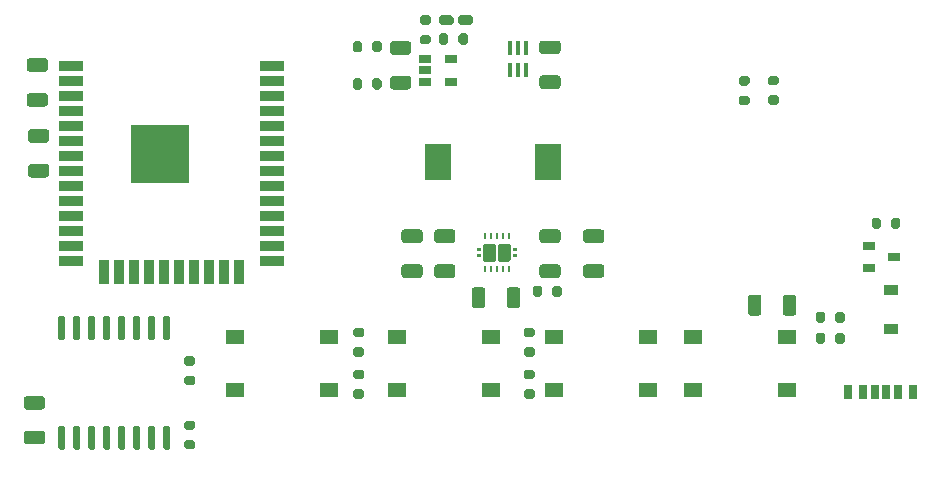
<source format=gtp>
G04 #@! TF.GenerationSoftware,KiCad,Pcbnew,5.1.9-73d0e3b20d~88~ubuntu20.04.1*
G04 #@! TF.CreationDate,2021-01-28T23:43:33+05:30*
G04 #@! TF.ProjectId,open_authenticator,6f70656e-5f61-4757-9468-656e74696361,v01*
G04 #@! TF.SameCoordinates,Original*
G04 #@! TF.FileFunction,Paste,Top*
G04 #@! TF.FilePolarity,Positive*
%FSLAX46Y46*%
G04 Gerber Fmt 4.6, Leading zero omitted, Abs format (unit mm)*
G04 Created by KiCad (PCBNEW 5.1.9-73d0e3b20d~88~ubuntu20.04.1) date 2021-01-28 23:43:33*
%MOMM*%
%LPD*%
G01*
G04 APERTURE LIST*
%ADD10R,1.550000X1.300000*%
%ADD11R,0.700000X1.200000*%
%ADD12R,0.760000X1.200000*%
%ADD13R,0.800000X1.200000*%
%ADD14R,1.200000X0.900000*%
%ADD15R,0.240000X0.600000*%
%ADD16R,0.400000X1.200000*%
%ADD17R,2.200000X3.050000*%
%ADD18R,1.100000X0.650000*%
%ADD19R,2.000000X0.900000*%
%ADD20R,0.900000X2.000000*%
%ADD21R,5.000000X5.000000*%
%ADD22R,1.060000X0.650000*%
G04 APERTURE END LIST*
D10*
X156075000Y-110600000D03*
X156075000Y-115100000D03*
X148125000Y-115100000D03*
X148125000Y-110600000D03*
D11*
X163480000Y-115311720D03*
D12*
X165500000Y-115311720D03*
D13*
X166730000Y-115311720D03*
D11*
X164480000Y-115311720D03*
D12*
X162460000Y-115311720D03*
D13*
X161230000Y-115311720D03*
D10*
X109300000Y-110600000D03*
X109300000Y-115100000D03*
X117250000Y-115100000D03*
X117250000Y-110600000D03*
G36*
G01*
X105775000Y-113075000D02*
X105225000Y-113075000D01*
G75*
G02*
X105025000Y-112875000I0J200000D01*
G01*
X105025000Y-112475000D01*
G75*
G02*
X105225000Y-112275000I200000J0D01*
G01*
X105775000Y-112275000D01*
G75*
G02*
X105975000Y-112475000I0J-200000D01*
G01*
X105975000Y-112875000D01*
G75*
G02*
X105775000Y-113075000I-200000J0D01*
G01*
G37*
G36*
G01*
X105775000Y-114725000D02*
X105225000Y-114725000D01*
G75*
G02*
X105025000Y-114525000I0J200000D01*
G01*
X105025000Y-114125000D01*
G75*
G02*
X105225000Y-113925000I200000J0D01*
G01*
X105775000Y-113925000D01*
G75*
G02*
X105975000Y-114125000I0J-200000D01*
G01*
X105975000Y-114525000D01*
G75*
G02*
X105775000Y-114725000I-200000J0D01*
G01*
G37*
D14*
X164833300Y-106647980D03*
X164833300Y-109947980D03*
G36*
G01*
X155184520Y-90975900D02*
X154634520Y-90975900D01*
G75*
G02*
X154434520Y-90775900I0J200000D01*
G01*
X154434520Y-90375900D01*
G75*
G02*
X154634520Y-90175900I200000J0D01*
G01*
X155184520Y-90175900D01*
G75*
G02*
X155384520Y-90375900I0J-200000D01*
G01*
X155384520Y-90775900D01*
G75*
G02*
X155184520Y-90975900I-200000J0D01*
G01*
G37*
G36*
G01*
X155184520Y-89325900D02*
X154634520Y-89325900D01*
G75*
G02*
X154434520Y-89125900I0J200000D01*
G01*
X154434520Y-88725900D01*
G75*
G02*
X154634520Y-88525900I200000J0D01*
G01*
X155184520Y-88525900D01*
G75*
G02*
X155384520Y-88725900I0J-200000D01*
G01*
X155384520Y-89125900D01*
G75*
G02*
X155184520Y-89325900I-200000J0D01*
G01*
G37*
G36*
G01*
X152718180Y-90983520D02*
X152168180Y-90983520D01*
G75*
G02*
X151968180Y-90783520I0J200000D01*
G01*
X151968180Y-90383520D01*
G75*
G02*
X152168180Y-90183520I200000J0D01*
G01*
X152718180Y-90183520D01*
G75*
G02*
X152918180Y-90383520I0J-200000D01*
G01*
X152918180Y-90783520D01*
G75*
G02*
X152718180Y-90983520I-200000J0D01*
G01*
G37*
G36*
G01*
X152718180Y-89333520D02*
X152168180Y-89333520D01*
G75*
G02*
X151968180Y-89133520I0J200000D01*
G01*
X151968180Y-88733520D01*
G75*
G02*
X152168180Y-88533520I200000J0D01*
G01*
X152718180Y-88533520D01*
G75*
G02*
X152918180Y-88733520I0J-200000D01*
G01*
X152918180Y-89133520D01*
G75*
G02*
X152718180Y-89333520I-200000J0D01*
G01*
G37*
G36*
G01*
X123674999Y-104475000D02*
X124975001Y-104475000D01*
G75*
G02*
X125225000Y-104724999I0J-249999D01*
G01*
X125225000Y-105375001D01*
G75*
G02*
X124975001Y-105625000I-249999J0D01*
G01*
X123674999Y-105625000D01*
G75*
G02*
X123425000Y-105375001I0J249999D01*
G01*
X123425000Y-104724999D01*
G75*
G02*
X123674999Y-104475000I249999J0D01*
G01*
G37*
G36*
G01*
X123674999Y-101525000D02*
X124975001Y-101525000D01*
G75*
G02*
X125225000Y-101774999I0J-249999D01*
G01*
X125225000Y-102425001D01*
G75*
G02*
X124975001Y-102675000I-249999J0D01*
G01*
X123674999Y-102675000D01*
G75*
G02*
X123425000Y-102425001I0J249999D01*
G01*
X123425000Y-101774999D01*
G75*
G02*
X123674999Y-101525000I249999J0D01*
G01*
G37*
G36*
G01*
X130446000Y-102750000D02*
X131294000Y-102750000D01*
G75*
G02*
X131400000Y-102856000I0J-106000D01*
G01*
X131400000Y-104144000D01*
G75*
G02*
X131294000Y-104250000I-106000J0D01*
G01*
X130446000Y-104250000D01*
G75*
G02*
X130340000Y-104144000I0J106000D01*
G01*
X130340000Y-102856000D01*
G75*
G02*
X130446000Y-102750000I106000J0D01*
G01*
G37*
G36*
G01*
X131706000Y-102750000D02*
X132554000Y-102750000D01*
G75*
G02*
X132660000Y-102856000I0J-106000D01*
G01*
X132660000Y-104144000D01*
G75*
G02*
X132554000Y-104250000I-106000J0D01*
G01*
X131706000Y-104250000D01*
G75*
G02*
X131600000Y-104144000I0J106000D01*
G01*
X131600000Y-102856000D01*
G75*
G02*
X131706000Y-102750000I106000J0D01*
G01*
G37*
G36*
G01*
X132885000Y-103125000D02*
X133175000Y-103125000D01*
G75*
G02*
X133200000Y-103150000I0J-25000D01*
G01*
X133200000Y-103350000D01*
G75*
G02*
X133175000Y-103375000I-25000J0D01*
G01*
X132885000Y-103375000D01*
G75*
G02*
X132860000Y-103350000I0J25000D01*
G01*
X132860000Y-103150000D01*
G75*
G02*
X132885000Y-103125000I25000J0D01*
G01*
G37*
G36*
G01*
X132885000Y-103625000D02*
X133175000Y-103625000D01*
G75*
G02*
X133200000Y-103650000I0J-25000D01*
G01*
X133200000Y-103850000D01*
G75*
G02*
X133175000Y-103875000I-25000J0D01*
G01*
X132885000Y-103875000D01*
G75*
G02*
X132860000Y-103850000I0J25000D01*
G01*
X132860000Y-103650000D01*
G75*
G02*
X132885000Y-103625000I25000J0D01*
G01*
G37*
G36*
G01*
X129825000Y-103125000D02*
X130115000Y-103125000D01*
G75*
G02*
X130140000Y-103150000I0J-25000D01*
G01*
X130140000Y-103350000D01*
G75*
G02*
X130115000Y-103375000I-25000J0D01*
G01*
X129825000Y-103375000D01*
G75*
G02*
X129800000Y-103350000I0J25000D01*
G01*
X129800000Y-103150000D01*
G75*
G02*
X129825000Y-103125000I25000J0D01*
G01*
G37*
G36*
G01*
X129825000Y-103625000D02*
X130115000Y-103625000D01*
G75*
G02*
X130140000Y-103650000I0J-25000D01*
G01*
X130140000Y-103850000D01*
G75*
G02*
X130115000Y-103875000I-25000J0D01*
G01*
X129825000Y-103875000D01*
G75*
G02*
X129800000Y-103850000I0J25000D01*
G01*
X129800000Y-103650000D01*
G75*
G02*
X129825000Y-103625000I25000J0D01*
G01*
G37*
D15*
X132500000Y-102100000D03*
X132000000Y-102100000D03*
X131500000Y-102100000D03*
X131000000Y-102100000D03*
X130500000Y-102100000D03*
X130500000Y-104900000D03*
X131000000Y-104900000D03*
X131500000Y-104900000D03*
X132000000Y-104900000D03*
X132500000Y-104900000D03*
G36*
G01*
X91699999Y-118575000D02*
X93000001Y-118575000D01*
G75*
G02*
X93250000Y-118824999I0J-249999D01*
G01*
X93250000Y-119475001D01*
G75*
G02*
X93000001Y-119725000I-249999J0D01*
G01*
X91699999Y-119725000D01*
G75*
G02*
X91450000Y-119475001I0J249999D01*
G01*
X91450000Y-118824999D01*
G75*
G02*
X91699999Y-118575000I249999J0D01*
G01*
G37*
G36*
G01*
X91699999Y-115625000D02*
X93000001Y-115625000D01*
G75*
G02*
X93250000Y-115874999I0J-249999D01*
G01*
X93250000Y-116525001D01*
G75*
G02*
X93000001Y-116775000I-249999J0D01*
G01*
X91699999Y-116775000D01*
G75*
G02*
X91450000Y-116525001I0J249999D01*
G01*
X91450000Y-115874999D01*
G75*
G02*
X91699999Y-115625000I249999J0D01*
G01*
G37*
G36*
G01*
X91949999Y-87025000D02*
X93250001Y-87025000D01*
G75*
G02*
X93500000Y-87274999I0J-249999D01*
G01*
X93500000Y-87925001D01*
G75*
G02*
X93250001Y-88175000I-249999J0D01*
G01*
X91949999Y-88175000D01*
G75*
G02*
X91700000Y-87925001I0J249999D01*
G01*
X91700000Y-87274999D01*
G75*
G02*
X91949999Y-87025000I249999J0D01*
G01*
G37*
G36*
G01*
X91949999Y-89975000D02*
X93250001Y-89975000D01*
G75*
G02*
X93500000Y-90224999I0J-249999D01*
G01*
X93500000Y-90875001D01*
G75*
G02*
X93250001Y-91125000I-249999J0D01*
G01*
X91949999Y-91125000D01*
G75*
G02*
X91700000Y-90875001I0J249999D01*
G01*
X91700000Y-90224999D01*
G75*
G02*
X91949999Y-89975000I249999J0D01*
G01*
G37*
G36*
G01*
X93350001Y-97125000D02*
X92049999Y-97125000D01*
G75*
G02*
X91800000Y-96875001I0J249999D01*
G01*
X91800000Y-96224999D01*
G75*
G02*
X92049999Y-95975000I249999J0D01*
G01*
X93350001Y-95975000D01*
G75*
G02*
X93600000Y-96224999I0J-249999D01*
G01*
X93600000Y-96875001D01*
G75*
G02*
X93350001Y-97125000I-249999J0D01*
G01*
G37*
G36*
G01*
X93350001Y-94175000D02*
X92049999Y-94175000D01*
G75*
G02*
X91800000Y-93925001I0J249999D01*
G01*
X91800000Y-93274999D01*
G75*
G02*
X92049999Y-93025000I249999J0D01*
G01*
X93350001Y-93025000D01*
G75*
G02*
X93600000Y-93274999I0J-249999D01*
G01*
X93600000Y-93925001D01*
G75*
G02*
X93350001Y-94175000I-249999J0D01*
G01*
G37*
G36*
G01*
X156854720Y-107285379D02*
X156854720Y-108585381D01*
G75*
G02*
X156604721Y-108835380I-249999J0D01*
G01*
X155954719Y-108835380D01*
G75*
G02*
X155704720Y-108585381I0J249999D01*
G01*
X155704720Y-107285379D01*
G75*
G02*
X155954719Y-107035380I249999J0D01*
G01*
X156604721Y-107035380D01*
G75*
G02*
X156854720Y-107285379I0J-249999D01*
G01*
G37*
G36*
G01*
X153904720Y-107285379D02*
X153904720Y-108585381D01*
G75*
G02*
X153654721Y-108835380I-249999J0D01*
G01*
X153004719Y-108835380D01*
G75*
G02*
X152754720Y-108585381I0J249999D01*
G01*
X152754720Y-107285379D01*
G75*
G02*
X153004719Y-107035380I249999J0D01*
G01*
X153654721Y-107035380D01*
G75*
G02*
X153904720Y-107285379I0J-249999D01*
G01*
G37*
G36*
G01*
X122699999Y-85575000D02*
X124000001Y-85575000D01*
G75*
G02*
X124250000Y-85824999I0J-249999D01*
G01*
X124250000Y-86475001D01*
G75*
G02*
X124000001Y-86725000I-249999J0D01*
G01*
X122699999Y-86725000D01*
G75*
G02*
X122450000Y-86475001I0J249999D01*
G01*
X122450000Y-85824999D01*
G75*
G02*
X122699999Y-85575000I249999J0D01*
G01*
G37*
G36*
G01*
X122699999Y-88525000D02*
X124000001Y-88525000D01*
G75*
G02*
X124250000Y-88774999I0J-249999D01*
G01*
X124250000Y-89425001D01*
G75*
G02*
X124000001Y-89675000I-249999J0D01*
G01*
X122699999Y-89675000D01*
G75*
G02*
X122450000Y-89425001I0J249999D01*
G01*
X122450000Y-88774999D01*
G75*
G02*
X122699999Y-88525000I249999J0D01*
G01*
G37*
G36*
G01*
X135349999Y-88475000D02*
X136650001Y-88475000D01*
G75*
G02*
X136900000Y-88724999I0J-249999D01*
G01*
X136900000Y-89375001D01*
G75*
G02*
X136650001Y-89625000I-249999J0D01*
G01*
X135349999Y-89625000D01*
G75*
G02*
X135100000Y-89375001I0J249999D01*
G01*
X135100000Y-88724999D01*
G75*
G02*
X135349999Y-88475000I249999J0D01*
G01*
G37*
G36*
G01*
X135349999Y-85525000D02*
X136650001Y-85525000D01*
G75*
G02*
X136900000Y-85774999I0J-249999D01*
G01*
X136900000Y-86425001D01*
G75*
G02*
X136650001Y-86675000I-249999J0D01*
G01*
X135349999Y-86675000D01*
G75*
G02*
X135100000Y-86425001I0J249999D01*
G01*
X135100000Y-85774999D01*
G75*
G02*
X135349999Y-85525000I249999J0D01*
G01*
G37*
G36*
G01*
X126449999Y-104475000D02*
X127750001Y-104475000D01*
G75*
G02*
X128000000Y-104724999I0J-249999D01*
G01*
X128000000Y-105375001D01*
G75*
G02*
X127750001Y-105625000I-249999J0D01*
G01*
X126449999Y-105625000D01*
G75*
G02*
X126200000Y-105375001I0J249999D01*
G01*
X126200000Y-104724999D01*
G75*
G02*
X126449999Y-104475000I249999J0D01*
G01*
G37*
G36*
G01*
X126449999Y-101525000D02*
X127750001Y-101525000D01*
G75*
G02*
X128000000Y-101774999I0J-249999D01*
G01*
X128000000Y-102425001D01*
G75*
G02*
X127750001Y-102675000I-249999J0D01*
G01*
X126449999Y-102675000D01*
G75*
G02*
X126200000Y-102425001I0J249999D01*
G01*
X126200000Y-101774999D01*
G75*
G02*
X126449999Y-101525000I249999J0D01*
G01*
G37*
G36*
G01*
X130525000Y-106649999D02*
X130525000Y-107950001D01*
G75*
G02*
X130275001Y-108200000I-249999J0D01*
G01*
X129624999Y-108200000D01*
G75*
G02*
X129375000Y-107950001I0J249999D01*
G01*
X129375000Y-106649999D01*
G75*
G02*
X129624999Y-106400000I249999J0D01*
G01*
X130275001Y-106400000D01*
G75*
G02*
X130525000Y-106649999I0J-249999D01*
G01*
G37*
G36*
G01*
X133475000Y-106649999D02*
X133475000Y-107950001D01*
G75*
G02*
X133225001Y-108200000I-249999J0D01*
G01*
X132574999Y-108200000D01*
G75*
G02*
X132325000Y-107950001I0J249999D01*
G01*
X132325000Y-106649999D01*
G75*
G02*
X132574999Y-106400000I249999J0D01*
G01*
X133225001Y-106400000D01*
G75*
G02*
X133475000Y-106649999I0J-249999D01*
G01*
G37*
G36*
G01*
X135349999Y-101525000D02*
X136650001Y-101525000D01*
G75*
G02*
X136900000Y-101774999I0J-249999D01*
G01*
X136900000Y-102425001D01*
G75*
G02*
X136650001Y-102675000I-249999J0D01*
G01*
X135349999Y-102675000D01*
G75*
G02*
X135100000Y-102425001I0J249999D01*
G01*
X135100000Y-101774999D01*
G75*
G02*
X135349999Y-101525000I249999J0D01*
G01*
G37*
G36*
G01*
X135349999Y-104475000D02*
X136650001Y-104475000D01*
G75*
G02*
X136900000Y-104724999I0J-249999D01*
G01*
X136900000Y-105375001D01*
G75*
G02*
X136650001Y-105625000I-249999J0D01*
G01*
X135349999Y-105625000D01*
G75*
G02*
X135100000Y-105375001I0J249999D01*
G01*
X135100000Y-104724999D01*
G75*
G02*
X135349999Y-104475000I249999J0D01*
G01*
G37*
G36*
G01*
X139049999Y-104475000D02*
X140350001Y-104475000D01*
G75*
G02*
X140600000Y-104724999I0J-249999D01*
G01*
X140600000Y-105375001D01*
G75*
G02*
X140350001Y-105625000I-249999J0D01*
G01*
X139049999Y-105625000D01*
G75*
G02*
X138800000Y-105375001I0J249999D01*
G01*
X138800000Y-104724999D01*
G75*
G02*
X139049999Y-104475000I249999J0D01*
G01*
G37*
G36*
G01*
X139049999Y-101525000D02*
X140350001Y-101525000D01*
G75*
G02*
X140600000Y-101774999I0J-249999D01*
G01*
X140600000Y-102425001D01*
G75*
G02*
X140350001Y-102675000I-249999J0D01*
G01*
X139049999Y-102675000D01*
G75*
G02*
X138800000Y-102425001I0J249999D01*
G01*
X138800000Y-101774999D01*
G75*
G02*
X139049999Y-101525000I249999J0D01*
G01*
G37*
G36*
G01*
X128237500Y-84012500D02*
X128237500Y-83587500D01*
G75*
G02*
X128450000Y-83375000I212500J0D01*
G01*
X129250000Y-83375000D01*
G75*
G02*
X129462500Y-83587500I0J-212500D01*
G01*
X129462500Y-84012500D01*
G75*
G02*
X129250000Y-84225000I-212500J0D01*
G01*
X128450000Y-84225000D01*
G75*
G02*
X128237500Y-84012500I0J212500D01*
G01*
G37*
G36*
G01*
X126612500Y-84012500D02*
X126612500Y-83587500D01*
G75*
G02*
X126825000Y-83375000I212500J0D01*
G01*
X127625000Y-83375000D01*
G75*
G02*
X127837500Y-83587500I0J-212500D01*
G01*
X127837500Y-84012500D01*
G75*
G02*
X127625000Y-84225000I-212500J0D01*
G01*
X126825000Y-84225000D01*
G75*
G02*
X126612500Y-84012500I0J212500D01*
G01*
G37*
D16*
X133950000Y-88050000D03*
X133300000Y-88050000D03*
X132650000Y-88050000D03*
X132650000Y-86150000D03*
X133300000Y-86150000D03*
X133950000Y-86150000D03*
D17*
X126500000Y-95850000D03*
X135800000Y-95850000D03*
D18*
X163051780Y-102900600D03*
X163051780Y-104820600D03*
X165151780Y-103860600D03*
G36*
G01*
X135350000Y-106475000D02*
X135350000Y-107025000D01*
G75*
G02*
X135150000Y-107225000I-200000J0D01*
G01*
X134750000Y-107225000D01*
G75*
G02*
X134550000Y-107025000I0J200000D01*
G01*
X134550000Y-106475000D01*
G75*
G02*
X134750000Y-106275000I200000J0D01*
G01*
X135150000Y-106275000D01*
G75*
G02*
X135350000Y-106475000I0J-200000D01*
G01*
G37*
G36*
G01*
X137000000Y-106475000D02*
X137000000Y-107025000D01*
G75*
G02*
X136800000Y-107225000I-200000J0D01*
G01*
X136400000Y-107225000D01*
G75*
G02*
X136200000Y-107025000I0J200000D01*
G01*
X136200000Y-106475000D01*
G75*
G02*
X136400000Y-106275000I200000J0D01*
G01*
X136800000Y-106275000D01*
G75*
G02*
X137000000Y-106475000I0J-200000D01*
G01*
G37*
G36*
G01*
X105225000Y-117700000D02*
X105775000Y-117700000D01*
G75*
G02*
X105975000Y-117900000I0J-200000D01*
G01*
X105975000Y-118300000D01*
G75*
G02*
X105775000Y-118500000I-200000J0D01*
G01*
X105225000Y-118500000D01*
G75*
G02*
X105025000Y-118300000I0J200000D01*
G01*
X105025000Y-117900000D01*
G75*
G02*
X105225000Y-117700000I200000J0D01*
G01*
G37*
G36*
G01*
X105225000Y-119350000D02*
X105775000Y-119350000D01*
G75*
G02*
X105975000Y-119550000I0J-200000D01*
G01*
X105975000Y-119950000D01*
G75*
G02*
X105775000Y-120150000I-200000J0D01*
G01*
X105225000Y-120150000D01*
G75*
G02*
X105025000Y-119950000I0J200000D01*
G01*
X105025000Y-119550000D01*
G75*
G02*
X105225000Y-119350000I200000J0D01*
G01*
G37*
G36*
G01*
X120075000Y-112300000D02*
X119525000Y-112300000D01*
G75*
G02*
X119325000Y-112100000I0J200000D01*
G01*
X119325000Y-111700000D01*
G75*
G02*
X119525000Y-111500000I200000J0D01*
G01*
X120075000Y-111500000D01*
G75*
G02*
X120275000Y-111700000I0J-200000D01*
G01*
X120275000Y-112100000D01*
G75*
G02*
X120075000Y-112300000I-200000J0D01*
G01*
G37*
G36*
G01*
X120075000Y-110650000D02*
X119525000Y-110650000D01*
G75*
G02*
X119325000Y-110450000I0J200000D01*
G01*
X119325000Y-110050000D01*
G75*
G02*
X119525000Y-109850000I200000J0D01*
G01*
X120075000Y-109850000D01*
G75*
G02*
X120275000Y-110050000I0J-200000D01*
G01*
X120275000Y-110450000D01*
G75*
G02*
X120075000Y-110650000I-200000J0D01*
G01*
G37*
G36*
G01*
X133975000Y-115047580D02*
X134525000Y-115047580D01*
G75*
G02*
X134725000Y-115247580I0J-200000D01*
G01*
X134725000Y-115647580D01*
G75*
G02*
X134525000Y-115847580I-200000J0D01*
G01*
X133975000Y-115847580D01*
G75*
G02*
X133775000Y-115647580I0J200000D01*
G01*
X133775000Y-115247580D01*
G75*
G02*
X133975000Y-115047580I200000J0D01*
G01*
G37*
G36*
G01*
X133975000Y-113397580D02*
X134525000Y-113397580D01*
G75*
G02*
X134725000Y-113597580I0J-200000D01*
G01*
X134725000Y-113997580D01*
G75*
G02*
X134525000Y-114197580I-200000J0D01*
G01*
X133975000Y-114197580D01*
G75*
G02*
X133775000Y-113997580I0J200000D01*
G01*
X133775000Y-113597580D01*
G75*
G02*
X133975000Y-113397580I200000J0D01*
G01*
G37*
G36*
G01*
X134525000Y-112300000D02*
X133975000Y-112300000D01*
G75*
G02*
X133775000Y-112100000I0J200000D01*
G01*
X133775000Y-111700000D01*
G75*
G02*
X133975000Y-111500000I200000J0D01*
G01*
X134525000Y-111500000D01*
G75*
G02*
X134725000Y-111700000I0J-200000D01*
G01*
X134725000Y-112100000D01*
G75*
G02*
X134525000Y-112300000I-200000J0D01*
G01*
G37*
G36*
G01*
X134525000Y-110650000D02*
X133975000Y-110650000D01*
G75*
G02*
X133775000Y-110450000I0J200000D01*
G01*
X133775000Y-110050000D01*
G75*
G02*
X133975000Y-109850000I200000J0D01*
G01*
X134525000Y-109850000D01*
G75*
G02*
X134725000Y-110050000I0J-200000D01*
G01*
X134725000Y-110450000D01*
G75*
G02*
X134525000Y-110650000I-200000J0D01*
G01*
G37*
G36*
G01*
X128250000Y-85675000D02*
X128250000Y-85125000D01*
G75*
G02*
X128450000Y-84925000I200000J0D01*
G01*
X128850000Y-84925000D01*
G75*
G02*
X129050000Y-85125000I0J-200000D01*
G01*
X129050000Y-85675000D01*
G75*
G02*
X128850000Y-85875000I-200000J0D01*
G01*
X128450000Y-85875000D01*
G75*
G02*
X128250000Y-85675000I0J200000D01*
G01*
G37*
G36*
G01*
X126600000Y-85675000D02*
X126600000Y-85125000D01*
G75*
G02*
X126800000Y-84925000I200000J0D01*
G01*
X127200000Y-84925000D01*
G75*
G02*
X127400000Y-85125000I0J-200000D01*
G01*
X127400000Y-85675000D01*
G75*
G02*
X127200000Y-85875000I-200000J0D01*
G01*
X126800000Y-85875000D01*
G75*
G02*
X126600000Y-85675000I0J200000D01*
G01*
G37*
G36*
G01*
X125725000Y-85850000D02*
X125175000Y-85850000D01*
G75*
G02*
X124975000Y-85650000I0J200000D01*
G01*
X124975000Y-85250000D01*
G75*
G02*
X125175000Y-85050000I200000J0D01*
G01*
X125725000Y-85050000D01*
G75*
G02*
X125925000Y-85250000I0J-200000D01*
G01*
X125925000Y-85650000D01*
G75*
G02*
X125725000Y-85850000I-200000J0D01*
G01*
G37*
G36*
G01*
X125725000Y-84200000D02*
X125175000Y-84200000D01*
G75*
G02*
X124975000Y-84000000I0J200000D01*
G01*
X124975000Y-83600000D01*
G75*
G02*
X125175000Y-83400000I200000J0D01*
G01*
X125725000Y-83400000D01*
G75*
G02*
X125925000Y-83600000I0J-200000D01*
G01*
X125925000Y-84000000D01*
G75*
G02*
X125725000Y-84200000I-200000J0D01*
G01*
G37*
G36*
G01*
X120100000Y-88925000D02*
X120100000Y-89475000D01*
G75*
G02*
X119900000Y-89675000I-200000J0D01*
G01*
X119500000Y-89675000D01*
G75*
G02*
X119300000Y-89475000I0J200000D01*
G01*
X119300000Y-88925000D01*
G75*
G02*
X119500000Y-88725000I200000J0D01*
G01*
X119900000Y-88725000D01*
G75*
G02*
X120100000Y-88925000I0J-200000D01*
G01*
G37*
G36*
G01*
X121750000Y-88925000D02*
X121750000Y-89475000D01*
G75*
G02*
X121550000Y-89675000I-200000J0D01*
G01*
X121150000Y-89675000D01*
G75*
G02*
X120950000Y-89475000I0J200000D01*
G01*
X120950000Y-88925000D01*
G75*
G02*
X121150000Y-88725000I200000J0D01*
G01*
X121550000Y-88725000D01*
G75*
G02*
X121750000Y-88925000I0J-200000D01*
G01*
G37*
G36*
G01*
X119300000Y-86325000D02*
X119300000Y-85775000D01*
G75*
G02*
X119500000Y-85575000I200000J0D01*
G01*
X119900000Y-85575000D01*
G75*
G02*
X120100000Y-85775000I0J-200000D01*
G01*
X120100000Y-86325000D01*
G75*
G02*
X119900000Y-86525000I-200000J0D01*
G01*
X119500000Y-86525000D01*
G75*
G02*
X119300000Y-86325000I0J200000D01*
G01*
G37*
G36*
G01*
X120950000Y-86325000D02*
X120950000Y-85775000D01*
G75*
G02*
X121150000Y-85575000I200000J0D01*
G01*
X121550000Y-85575000D01*
G75*
G02*
X121750000Y-85775000I0J-200000D01*
G01*
X121750000Y-86325000D01*
G75*
G02*
X121550000Y-86525000I-200000J0D01*
G01*
X121150000Y-86525000D01*
G75*
G02*
X120950000Y-86325000I0J200000D01*
G01*
G37*
G36*
G01*
X158505440Y-109223220D02*
X158505440Y-108673220D01*
G75*
G02*
X158705440Y-108473220I200000J0D01*
G01*
X159105440Y-108473220D01*
G75*
G02*
X159305440Y-108673220I0J-200000D01*
G01*
X159305440Y-109223220D01*
G75*
G02*
X159105440Y-109423220I-200000J0D01*
G01*
X158705440Y-109423220D01*
G75*
G02*
X158505440Y-109223220I0J200000D01*
G01*
G37*
G36*
G01*
X160155440Y-109223220D02*
X160155440Y-108673220D01*
G75*
G02*
X160355440Y-108473220I200000J0D01*
G01*
X160755440Y-108473220D01*
G75*
G02*
X160955440Y-108673220I0J-200000D01*
G01*
X160955440Y-109223220D01*
G75*
G02*
X160755440Y-109423220I-200000J0D01*
G01*
X160355440Y-109423220D01*
G75*
G02*
X160155440Y-109223220I0J200000D01*
G01*
G37*
G36*
G01*
X160161660Y-111000000D02*
X160161660Y-110450000D01*
G75*
G02*
X160361660Y-110250000I200000J0D01*
G01*
X160761660Y-110250000D01*
G75*
G02*
X160961660Y-110450000I0J-200000D01*
G01*
X160961660Y-111000000D01*
G75*
G02*
X160761660Y-111200000I-200000J0D01*
G01*
X160361660Y-111200000D01*
G75*
G02*
X160161660Y-111000000I0J200000D01*
G01*
G37*
G36*
G01*
X158511660Y-111000000D02*
X158511660Y-110450000D01*
G75*
G02*
X158711660Y-110250000I200000J0D01*
G01*
X159111660Y-110250000D01*
G75*
G02*
X159311660Y-110450000I0J-200000D01*
G01*
X159311660Y-111000000D01*
G75*
G02*
X159111660Y-111200000I-200000J0D01*
G01*
X158711660Y-111200000D01*
G75*
G02*
X158511660Y-111000000I0J200000D01*
G01*
G37*
G36*
G01*
X163224260Y-101270480D02*
X163224260Y-100720480D01*
G75*
G02*
X163424260Y-100520480I200000J0D01*
G01*
X163824260Y-100520480D01*
G75*
G02*
X164024260Y-100720480I0J-200000D01*
G01*
X164024260Y-101270480D01*
G75*
G02*
X163824260Y-101470480I-200000J0D01*
G01*
X163424260Y-101470480D01*
G75*
G02*
X163224260Y-101270480I0J200000D01*
G01*
G37*
G36*
G01*
X164874260Y-101270480D02*
X164874260Y-100720480D01*
G75*
G02*
X165074260Y-100520480I200000J0D01*
G01*
X165474260Y-100520480D01*
G75*
G02*
X165674260Y-100720480I0J-200000D01*
G01*
X165674260Y-101270480D01*
G75*
G02*
X165474260Y-101470480I-200000J0D01*
G01*
X165074260Y-101470480D01*
G75*
G02*
X164874260Y-101270480I0J200000D01*
G01*
G37*
G36*
G01*
X119525000Y-115047580D02*
X120075000Y-115047580D01*
G75*
G02*
X120275000Y-115247580I0J-200000D01*
G01*
X120275000Y-115647580D01*
G75*
G02*
X120075000Y-115847580I-200000J0D01*
G01*
X119525000Y-115847580D01*
G75*
G02*
X119325000Y-115647580I0J200000D01*
G01*
X119325000Y-115247580D01*
G75*
G02*
X119525000Y-115047580I200000J0D01*
G01*
G37*
G36*
G01*
X119525000Y-113397580D02*
X120075000Y-113397580D01*
G75*
G02*
X120275000Y-113597580I0J-200000D01*
G01*
X120275000Y-113997580D01*
G75*
G02*
X120075000Y-114197580I-200000J0D01*
G01*
X119525000Y-114197580D01*
G75*
G02*
X119325000Y-113997580I0J200000D01*
G01*
X119325000Y-113597580D01*
G75*
G02*
X119525000Y-113397580I200000J0D01*
G01*
G37*
D10*
X123025000Y-115100000D03*
X123025000Y-110600000D03*
X130975000Y-110600000D03*
X130975000Y-115100000D03*
X136375000Y-110600000D03*
X136375000Y-115100000D03*
X144325000Y-115100000D03*
X144325000Y-110600000D03*
D19*
X112450000Y-87645000D03*
X112450000Y-88915000D03*
X112450000Y-90185000D03*
X112450000Y-91455000D03*
X112450000Y-92725000D03*
X112450000Y-93995000D03*
X112450000Y-95265000D03*
X112450000Y-96535000D03*
X112450000Y-97805000D03*
X112450000Y-99075000D03*
X112450000Y-100345000D03*
X112450000Y-101615000D03*
X112450000Y-102885000D03*
X112450000Y-104155000D03*
D20*
X109665000Y-105155000D03*
X108395000Y-105155000D03*
X107125000Y-105155000D03*
X105855000Y-105155000D03*
X104585000Y-105155000D03*
X103315000Y-105155000D03*
X102045000Y-105155000D03*
X100775000Y-105155000D03*
X99505000Y-105155000D03*
X98235000Y-105155000D03*
D19*
X95450000Y-104155000D03*
X95450000Y-102885000D03*
X95450000Y-101615000D03*
X95450000Y-100345000D03*
X95450000Y-99075000D03*
X95450000Y-97805000D03*
X95450000Y-96535000D03*
X95450000Y-95265000D03*
X95450000Y-93995000D03*
X95450000Y-92725000D03*
X95450000Y-91455000D03*
X95450000Y-90185000D03*
X95450000Y-88915000D03*
X95450000Y-87645000D03*
D21*
X102950000Y-95145000D03*
G36*
G01*
X103395000Y-108825000D02*
X103695000Y-108825000D01*
G75*
G02*
X103845000Y-108975000I0J-150000D01*
G01*
X103845000Y-110725000D01*
G75*
G02*
X103695000Y-110875000I-150000J0D01*
G01*
X103395000Y-110875000D01*
G75*
G02*
X103245000Y-110725000I0J150000D01*
G01*
X103245000Y-108975000D01*
G75*
G02*
X103395000Y-108825000I150000J0D01*
G01*
G37*
G36*
G01*
X102125000Y-108825000D02*
X102425000Y-108825000D01*
G75*
G02*
X102575000Y-108975000I0J-150000D01*
G01*
X102575000Y-110725000D01*
G75*
G02*
X102425000Y-110875000I-150000J0D01*
G01*
X102125000Y-110875000D01*
G75*
G02*
X101975000Y-110725000I0J150000D01*
G01*
X101975000Y-108975000D01*
G75*
G02*
X102125000Y-108825000I150000J0D01*
G01*
G37*
G36*
G01*
X100855000Y-108825000D02*
X101155000Y-108825000D01*
G75*
G02*
X101305000Y-108975000I0J-150000D01*
G01*
X101305000Y-110725000D01*
G75*
G02*
X101155000Y-110875000I-150000J0D01*
G01*
X100855000Y-110875000D01*
G75*
G02*
X100705000Y-110725000I0J150000D01*
G01*
X100705000Y-108975000D01*
G75*
G02*
X100855000Y-108825000I150000J0D01*
G01*
G37*
G36*
G01*
X99585000Y-108825000D02*
X99885000Y-108825000D01*
G75*
G02*
X100035000Y-108975000I0J-150000D01*
G01*
X100035000Y-110725000D01*
G75*
G02*
X99885000Y-110875000I-150000J0D01*
G01*
X99585000Y-110875000D01*
G75*
G02*
X99435000Y-110725000I0J150000D01*
G01*
X99435000Y-108975000D01*
G75*
G02*
X99585000Y-108825000I150000J0D01*
G01*
G37*
G36*
G01*
X98315000Y-108825000D02*
X98615000Y-108825000D01*
G75*
G02*
X98765000Y-108975000I0J-150000D01*
G01*
X98765000Y-110725000D01*
G75*
G02*
X98615000Y-110875000I-150000J0D01*
G01*
X98315000Y-110875000D01*
G75*
G02*
X98165000Y-110725000I0J150000D01*
G01*
X98165000Y-108975000D01*
G75*
G02*
X98315000Y-108825000I150000J0D01*
G01*
G37*
G36*
G01*
X97045000Y-108825000D02*
X97345000Y-108825000D01*
G75*
G02*
X97495000Y-108975000I0J-150000D01*
G01*
X97495000Y-110725000D01*
G75*
G02*
X97345000Y-110875000I-150000J0D01*
G01*
X97045000Y-110875000D01*
G75*
G02*
X96895000Y-110725000I0J150000D01*
G01*
X96895000Y-108975000D01*
G75*
G02*
X97045000Y-108825000I150000J0D01*
G01*
G37*
G36*
G01*
X95775000Y-108825000D02*
X96075000Y-108825000D01*
G75*
G02*
X96225000Y-108975000I0J-150000D01*
G01*
X96225000Y-110725000D01*
G75*
G02*
X96075000Y-110875000I-150000J0D01*
G01*
X95775000Y-110875000D01*
G75*
G02*
X95625000Y-110725000I0J150000D01*
G01*
X95625000Y-108975000D01*
G75*
G02*
X95775000Y-108825000I150000J0D01*
G01*
G37*
G36*
G01*
X94505000Y-108825000D02*
X94805000Y-108825000D01*
G75*
G02*
X94955000Y-108975000I0J-150000D01*
G01*
X94955000Y-110725000D01*
G75*
G02*
X94805000Y-110875000I-150000J0D01*
G01*
X94505000Y-110875000D01*
G75*
G02*
X94355000Y-110725000I0J150000D01*
G01*
X94355000Y-108975000D01*
G75*
G02*
X94505000Y-108825000I150000J0D01*
G01*
G37*
G36*
G01*
X94505000Y-118125000D02*
X94805000Y-118125000D01*
G75*
G02*
X94955000Y-118275000I0J-150000D01*
G01*
X94955000Y-120025000D01*
G75*
G02*
X94805000Y-120175000I-150000J0D01*
G01*
X94505000Y-120175000D01*
G75*
G02*
X94355000Y-120025000I0J150000D01*
G01*
X94355000Y-118275000D01*
G75*
G02*
X94505000Y-118125000I150000J0D01*
G01*
G37*
G36*
G01*
X95775000Y-118125000D02*
X96075000Y-118125000D01*
G75*
G02*
X96225000Y-118275000I0J-150000D01*
G01*
X96225000Y-120025000D01*
G75*
G02*
X96075000Y-120175000I-150000J0D01*
G01*
X95775000Y-120175000D01*
G75*
G02*
X95625000Y-120025000I0J150000D01*
G01*
X95625000Y-118275000D01*
G75*
G02*
X95775000Y-118125000I150000J0D01*
G01*
G37*
G36*
G01*
X97045000Y-118125000D02*
X97345000Y-118125000D01*
G75*
G02*
X97495000Y-118275000I0J-150000D01*
G01*
X97495000Y-120025000D01*
G75*
G02*
X97345000Y-120175000I-150000J0D01*
G01*
X97045000Y-120175000D01*
G75*
G02*
X96895000Y-120025000I0J150000D01*
G01*
X96895000Y-118275000D01*
G75*
G02*
X97045000Y-118125000I150000J0D01*
G01*
G37*
G36*
G01*
X98315000Y-118125000D02*
X98615000Y-118125000D01*
G75*
G02*
X98765000Y-118275000I0J-150000D01*
G01*
X98765000Y-120025000D01*
G75*
G02*
X98615000Y-120175000I-150000J0D01*
G01*
X98315000Y-120175000D01*
G75*
G02*
X98165000Y-120025000I0J150000D01*
G01*
X98165000Y-118275000D01*
G75*
G02*
X98315000Y-118125000I150000J0D01*
G01*
G37*
G36*
G01*
X99585000Y-118125000D02*
X99885000Y-118125000D01*
G75*
G02*
X100035000Y-118275000I0J-150000D01*
G01*
X100035000Y-120025000D01*
G75*
G02*
X99885000Y-120175000I-150000J0D01*
G01*
X99585000Y-120175000D01*
G75*
G02*
X99435000Y-120025000I0J150000D01*
G01*
X99435000Y-118275000D01*
G75*
G02*
X99585000Y-118125000I150000J0D01*
G01*
G37*
G36*
G01*
X100855000Y-118125000D02*
X101155000Y-118125000D01*
G75*
G02*
X101305000Y-118275000I0J-150000D01*
G01*
X101305000Y-120025000D01*
G75*
G02*
X101155000Y-120175000I-150000J0D01*
G01*
X100855000Y-120175000D01*
G75*
G02*
X100705000Y-120025000I0J150000D01*
G01*
X100705000Y-118275000D01*
G75*
G02*
X100855000Y-118125000I150000J0D01*
G01*
G37*
G36*
G01*
X102125000Y-118125000D02*
X102425000Y-118125000D01*
G75*
G02*
X102575000Y-118275000I0J-150000D01*
G01*
X102575000Y-120025000D01*
G75*
G02*
X102425000Y-120175000I-150000J0D01*
G01*
X102125000Y-120175000D01*
G75*
G02*
X101975000Y-120025000I0J150000D01*
G01*
X101975000Y-118275000D01*
G75*
G02*
X102125000Y-118125000I150000J0D01*
G01*
G37*
G36*
G01*
X103395000Y-118125000D02*
X103695000Y-118125000D01*
G75*
G02*
X103845000Y-118275000I0J-150000D01*
G01*
X103845000Y-120025000D01*
G75*
G02*
X103695000Y-120175000I-150000J0D01*
G01*
X103395000Y-120175000D01*
G75*
G02*
X103245000Y-120025000I0J150000D01*
G01*
X103245000Y-118275000D01*
G75*
G02*
X103395000Y-118125000I150000J0D01*
G01*
G37*
D22*
X125450000Y-87100000D03*
X125450000Y-88050000D03*
X125450000Y-89000000D03*
X127650000Y-89000000D03*
X127650000Y-87100000D03*
M02*

</source>
